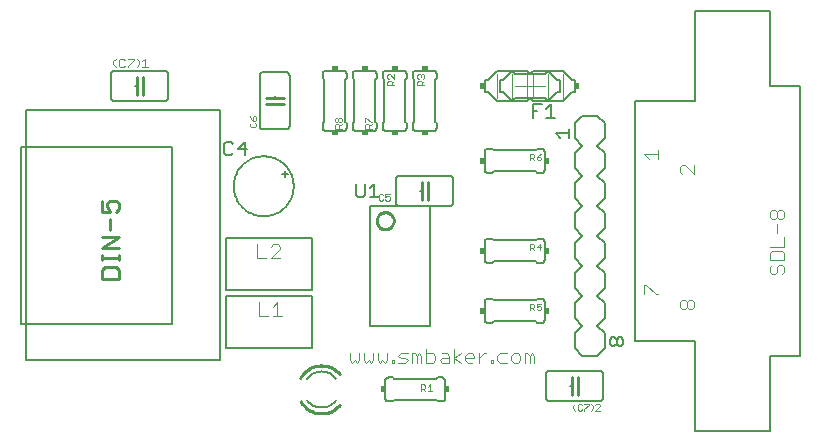
<source format=gto>
G75*
%MOIN*%
%OFA0B0*%
%FSLAX24Y24*%
%IPPOS*%
%LPD*%
%AMOC8*
5,1,8,0,0,1.08239X$1,22.5*
%
%ADD10C,0.0040*%
%ADD11C,0.0060*%
%ADD12C,0.0050*%
%ADD13C,0.0080*%
%ADD14C,0.0100*%
%ADD15R,0.0150X0.0200*%
%ADD16C,0.0020*%
%ADD17C,0.0030*%
%ADD18R,0.0200X0.0150*%
%ADD19R,0.0140X0.0240*%
D10*
X008199Y004017D02*
X008199Y004477D01*
X008659Y004324D02*
X008812Y004477D01*
X008812Y004017D01*
X008659Y004017D02*
X008966Y004017D01*
X008505Y004017D02*
X008199Y004017D01*
X011237Y002777D02*
X011237Y002547D01*
X011314Y002470D01*
X011391Y002547D01*
X011468Y002470D01*
X011544Y002547D01*
X011544Y002777D01*
X011698Y002777D02*
X011698Y002547D01*
X011775Y002470D01*
X011851Y002547D01*
X011928Y002470D01*
X012005Y002547D01*
X012005Y002777D01*
X012158Y002777D02*
X012158Y002547D01*
X012235Y002470D01*
X012312Y002547D01*
X012388Y002470D01*
X012465Y002547D01*
X012465Y002777D01*
X012849Y002700D02*
X012926Y002777D01*
X013156Y002777D01*
X013309Y002777D02*
X013386Y002777D01*
X013463Y002700D01*
X013539Y002777D01*
X013616Y002700D01*
X013616Y002470D01*
X013463Y002470D02*
X013463Y002700D01*
X013309Y002777D02*
X013309Y002470D01*
X013156Y002547D02*
X013079Y002623D01*
X012926Y002623D01*
X012849Y002700D01*
X012695Y002547D02*
X012619Y002547D01*
X012619Y002470D01*
X012695Y002470D01*
X012695Y002547D01*
X012849Y002470D02*
X013079Y002470D01*
X013156Y002547D01*
X013770Y002470D02*
X013770Y002930D01*
X013770Y002777D02*
X014000Y002777D01*
X014077Y002700D01*
X014077Y002547D01*
X014000Y002470D01*
X013770Y002470D01*
X014230Y002547D02*
X014307Y002623D01*
X014537Y002623D01*
X014537Y002700D02*
X014537Y002470D01*
X014307Y002470D01*
X014230Y002547D01*
X014460Y002777D02*
X014537Y002700D01*
X014460Y002777D02*
X014307Y002777D01*
X014690Y002930D02*
X014690Y002470D01*
X014690Y002623D02*
X014921Y002777D01*
X015074Y002700D02*
X015151Y002777D01*
X015304Y002777D01*
X015381Y002700D01*
X015381Y002623D01*
X015074Y002623D01*
X015074Y002547D02*
X015074Y002700D01*
X015074Y002547D02*
X015151Y002470D01*
X015304Y002470D01*
X015534Y002470D02*
X015534Y002777D01*
X015534Y002623D02*
X015688Y002777D01*
X015765Y002777D01*
X015918Y002547D02*
X015995Y002547D01*
X015995Y002470D01*
X015918Y002470D01*
X015918Y002547D01*
X016148Y002547D02*
X016148Y002700D01*
X016225Y002777D01*
X016455Y002777D01*
X016609Y002700D02*
X016609Y002547D01*
X016685Y002470D01*
X016839Y002470D01*
X016916Y002547D01*
X016916Y002700D01*
X016839Y002777D01*
X016685Y002777D01*
X016609Y002700D01*
X016455Y002470D02*
X016225Y002470D01*
X016148Y002547D01*
X017069Y002470D02*
X017069Y002777D01*
X017146Y002777D01*
X017223Y002700D01*
X017299Y002777D01*
X017376Y002700D01*
X017376Y002470D01*
X017223Y002470D02*
X017223Y002700D01*
X014921Y002470D02*
X014690Y002623D01*
X008903Y005954D02*
X008596Y005954D01*
X008903Y006261D01*
X008903Y006338D01*
X008827Y006415D01*
X008673Y006415D01*
X008596Y006338D01*
X008136Y006415D02*
X008136Y005954D01*
X008443Y005954D01*
X021037Y005066D02*
X021037Y004760D01*
X021037Y005066D02*
X021114Y005066D01*
X021421Y004760D01*
X021497Y004760D01*
X022237Y004490D02*
X022237Y004336D01*
X022314Y004260D01*
X022391Y004260D01*
X022467Y004336D01*
X022467Y004490D01*
X022544Y004566D01*
X022621Y004566D01*
X022697Y004490D01*
X022697Y004336D01*
X022621Y004260D01*
X022544Y004260D01*
X022467Y004336D01*
X022467Y004490D02*
X022391Y004566D01*
X022314Y004566D01*
X022237Y004490D01*
X025237Y005495D02*
X025314Y005418D01*
X025391Y005418D01*
X025467Y005495D01*
X025467Y005648D01*
X025544Y005725D01*
X025621Y005725D01*
X025697Y005648D01*
X025697Y005495D01*
X025621Y005418D01*
X025237Y005495D02*
X025237Y005648D01*
X025314Y005725D01*
X025237Y005878D02*
X025237Y006109D01*
X025314Y006185D01*
X025621Y006185D01*
X025697Y006109D01*
X025697Y005878D01*
X025237Y005878D01*
X025237Y006339D02*
X025697Y006339D01*
X025697Y006646D01*
X025467Y006799D02*
X025467Y007106D01*
X025391Y007260D02*
X025314Y007260D01*
X025237Y007336D01*
X025237Y007490D01*
X025314Y007566D01*
X025391Y007566D01*
X025467Y007490D01*
X025467Y007336D01*
X025391Y007260D01*
X025467Y007336D02*
X025544Y007260D01*
X025621Y007260D01*
X025697Y007336D01*
X025697Y007490D01*
X025621Y007566D01*
X025544Y007566D01*
X025467Y007490D01*
X022697Y008760D02*
X022391Y009066D01*
X022314Y009066D01*
X022237Y008990D01*
X022237Y008836D01*
X022314Y008760D01*
X022697Y008760D02*
X022697Y009066D01*
X021497Y009260D02*
X021497Y009566D01*
X021497Y009413D02*
X021037Y009413D01*
X021191Y009260D01*
D11*
X019717Y009450D02*
X019717Y008950D01*
X019467Y008700D01*
X019717Y008450D01*
X019717Y007950D01*
X019467Y007700D01*
X019717Y007450D01*
X019717Y006950D01*
X019467Y006700D01*
X019717Y006450D01*
X019717Y005950D01*
X019467Y005700D01*
X019717Y005450D01*
X019717Y004950D01*
X019467Y004700D01*
X019717Y004450D01*
X019717Y003950D01*
X019467Y003700D01*
X019717Y003450D01*
X019717Y002950D01*
X019467Y002700D01*
X018967Y002700D01*
X018717Y002950D01*
X018717Y003450D01*
X018967Y003700D01*
X018717Y003950D01*
X018717Y004450D01*
X018967Y004700D01*
X018717Y004950D01*
X018717Y005450D01*
X018967Y005700D01*
X018717Y005950D01*
X018717Y006450D01*
X018967Y006700D01*
X018717Y006950D01*
X018717Y007450D01*
X018967Y007700D01*
X018717Y007950D01*
X018717Y008450D01*
X018967Y008700D01*
X018717Y008950D01*
X018717Y009450D01*
X018967Y009700D01*
X018717Y009950D01*
X018717Y010450D01*
X018967Y010700D01*
X019467Y010700D01*
X019717Y010450D01*
X019717Y009950D01*
X019467Y009700D01*
X019717Y009450D01*
X017717Y009500D02*
X017717Y008900D01*
X017715Y008883D01*
X017711Y008866D01*
X017704Y008850D01*
X017694Y008836D01*
X017681Y008823D01*
X017667Y008813D01*
X017651Y008806D01*
X017634Y008802D01*
X017617Y008800D01*
X017467Y008800D01*
X017417Y008850D01*
X016017Y008850D01*
X015967Y008800D01*
X015817Y008800D01*
X015800Y008802D01*
X015783Y008806D01*
X015767Y008813D01*
X015753Y008823D01*
X015740Y008836D01*
X015730Y008850D01*
X015723Y008866D01*
X015719Y008883D01*
X015717Y008900D01*
X015717Y009500D01*
X015719Y009517D01*
X015723Y009534D01*
X015730Y009550D01*
X015740Y009564D01*
X015753Y009577D01*
X015767Y009587D01*
X015783Y009594D01*
X015800Y009598D01*
X015817Y009600D01*
X015967Y009600D01*
X016017Y009550D01*
X017417Y009550D01*
X017467Y009600D01*
X017617Y009600D01*
X017634Y009598D01*
X017651Y009594D01*
X017667Y009587D01*
X017681Y009577D01*
X017694Y009564D01*
X017704Y009550D01*
X017711Y009534D01*
X017715Y009517D01*
X017717Y009500D01*
X017817Y011200D02*
X017317Y011200D01*
X017217Y011300D01*
X017117Y011200D01*
X016617Y011200D01*
X016117Y011200D01*
X015817Y011500D01*
X015717Y011500D01*
X015717Y011900D01*
X015817Y011900D01*
X016117Y012200D01*
X016617Y012200D01*
X016717Y012100D01*
X017717Y012100D01*
X017817Y012200D01*
X018317Y012200D01*
X018617Y011900D01*
X018717Y011900D01*
X018717Y011500D01*
X018617Y011500D01*
X018317Y011200D01*
X017817Y011200D01*
X017717Y011300D01*
X016717Y011300D01*
X016617Y011200D01*
X016317Y011500D01*
X016217Y011500D01*
X016217Y011900D01*
X016317Y011900D01*
X016617Y012200D01*
X017117Y012200D01*
X017217Y012100D01*
X017317Y012200D01*
X017817Y012200D01*
X018117Y011900D01*
X018217Y011900D01*
X018217Y011500D01*
X018117Y011500D01*
X017817Y011200D01*
X014117Y011950D02*
X014117Y012100D01*
X014115Y012117D01*
X014111Y012134D01*
X014104Y012150D01*
X014094Y012164D01*
X014081Y012177D01*
X014067Y012187D01*
X014051Y012194D01*
X014034Y012198D01*
X014017Y012200D01*
X013417Y012200D01*
X013400Y012198D01*
X013383Y012194D01*
X013367Y012187D01*
X013353Y012177D01*
X013340Y012164D01*
X013330Y012150D01*
X013323Y012134D01*
X013319Y012117D01*
X013317Y012100D01*
X013317Y011950D01*
X013367Y011900D01*
X013367Y010500D01*
X013317Y010450D01*
X013317Y010300D01*
X013319Y010283D01*
X013323Y010266D01*
X013330Y010250D01*
X013340Y010236D01*
X013353Y010223D01*
X013367Y010213D01*
X013383Y010206D01*
X013400Y010202D01*
X013417Y010200D01*
X014017Y010200D01*
X014034Y010202D01*
X014051Y010206D01*
X014067Y010213D01*
X014081Y010223D01*
X014094Y010236D01*
X014104Y010250D01*
X014111Y010266D01*
X014115Y010283D01*
X014117Y010300D01*
X014117Y010450D01*
X014067Y010500D01*
X014067Y011900D01*
X014117Y011950D01*
X013117Y011950D02*
X013117Y012100D01*
X013115Y012117D01*
X013111Y012134D01*
X013104Y012150D01*
X013094Y012164D01*
X013081Y012177D01*
X013067Y012187D01*
X013051Y012194D01*
X013034Y012198D01*
X013017Y012200D01*
X012417Y012200D01*
X012400Y012198D01*
X012383Y012194D01*
X012367Y012187D01*
X012353Y012177D01*
X012340Y012164D01*
X012330Y012150D01*
X012323Y012134D01*
X012319Y012117D01*
X012317Y012100D01*
X012317Y011950D01*
X012367Y011900D01*
X012367Y010500D01*
X012317Y010450D01*
X012317Y010300D01*
X012319Y010283D01*
X012323Y010266D01*
X012330Y010250D01*
X012340Y010236D01*
X012353Y010223D01*
X012367Y010213D01*
X012383Y010206D01*
X012400Y010202D01*
X012417Y010200D01*
X013017Y010200D01*
X013034Y010202D01*
X013051Y010206D01*
X013067Y010213D01*
X013081Y010223D01*
X013094Y010236D01*
X013104Y010250D01*
X013111Y010266D01*
X013115Y010283D01*
X013117Y010300D01*
X013117Y010450D01*
X013067Y010500D01*
X013067Y011900D01*
X013117Y011950D01*
X012117Y011950D02*
X012067Y011900D01*
X012067Y010500D01*
X012117Y010450D01*
X012117Y010300D01*
X012115Y010283D01*
X012111Y010266D01*
X012104Y010250D01*
X012094Y010236D01*
X012081Y010223D01*
X012067Y010213D01*
X012051Y010206D01*
X012034Y010202D01*
X012017Y010200D01*
X011417Y010200D01*
X011400Y010202D01*
X011383Y010206D01*
X011367Y010213D01*
X011353Y010223D01*
X011340Y010236D01*
X011330Y010250D01*
X011323Y010266D01*
X011319Y010283D01*
X011317Y010300D01*
X011317Y010450D01*
X011367Y010500D01*
X011367Y011900D01*
X011317Y011950D01*
X011317Y012100D01*
X011319Y012117D01*
X011323Y012134D01*
X011330Y012150D01*
X011340Y012164D01*
X011353Y012177D01*
X011367Y012187D01*
X011383Y012194D01*
X011400Y012198D01*
X011417Y012200D01*
X012017Y012200D01*
X012034Y012198D01*
X012051Y012194D01*
X012067Y012187D01*
X012081Y012177D01*
X012094Y012164D01*
X012104Y012150D01*
X012111Y012134D01*
X012115Y012117D01*
X012117Y012100D01*
X012117Y011950D01*
X011117Y011950D02*
X011067Y011900D01*
X011067Y010500D01*
X011117Y010450D01*
X011117Y010300D01*
X011115Y010283D01*
X011111Y010266D01*
X011104Y010250D01*
X011094Y010236D01*
X011081Y010223D01*
X011067Y010213D01*
X011051Y010206D01*
X011034Y010202D01*
X011017Y010200D01*
X010417Y010200D01*
X010400Y010202D01*
X010383Y010206D01*
X010367Y010213D01*
X010353Y010223D01*
X010340Y010236D01*
X010330Y010250D01*
X010323Y010266D01*
X010319Y010283D01*
X010317Y010300D01*
X010317Y010450D01*
X010367Y010500D01*
X010367Y011900D01*
X010317Y011950D01*
X010317Y012100D01*
X010319Y012117D01*
X010323Y012134D01*
X010330Y012150D01*
X010340Y012164D01*
X010353Y012177D01*
X010367Y012187D01*
X010383Y012194D01*
X010400Y012198D01*
X010417Y012200D01*
X011017Y012200D01*
X011034Y012198D01*
X011051Y012194D01*
X011067Y012187D01*
X011081Y012177D01*
X011094Y012164D01*
X011104Y012150D01*
X011111Y012134D01*
X011115Y012117D01*
X011117Y012100D01*
X011117Y011950D01*
X009217Y012050D02*
X009217Y010350D01*
X009215Y010333D01*
X009211Y010316D01*
X009204Y010300D01*
X009194Y010286D01*
X009181Y010273D01*
X009167Y010263D01*
X009151Y010256D01*
X009134Y010252D01*
X009117Y010250D01*
X008317Y010250D01*
X008300Y010252D01*
X008283Y010256D01*
X008267Y010263D01*
X008253Y010273D01*
X008240Y010286D01*
X008230Y010300D01*
X008223Y010316D01*
X008219Y010333D01*
X008217Y010350D01*
X008217Y012050D01*
X008219Y012067D01*
X008223Y012084D01*
X008230Y012100D01*
X008240Y012114D01*
X008253Y012127D01*
X008267Y012137D01*
X008283Y012144D01*
X008300Y012148D01*
X008317Y012150D01*
X009117Y012150D01*
X009134Y012148D01*
X009151Y012144D01*
X009167Y012137D01*
X009181Y012127D01*
X009194Y012114D01*
X009204Y012100D01*
X009211Y012084D01*
X009215Y012067D01*
X009217Y012050D01*
X008717Y011350D02*
X008717Y011300D01*
X008717Y011100D02*
X008717Y011050D01*
X005167Y011300D02*
X005167Y012100D01*
X005165Y012117D01*
X005161Y012134D01*
X005154Y012150D01*
X005144Y012164D01*
X005131Y012177D01*
X005117Y012187D01*
X005101Y012194D01*
X005084Y012198D01*
X005067Y012200D01*
X003367Y012200D01*
X003350Y012198D01*
X003333Y012194D01*
X003317Y012187D01*
X003303Y012177D01*
X003290Y012164D01*
X003280Y012150D01*
X003273Y012134D01*
X003269Y012117D01*
X003267Y012100D01*
X003267Y011300D01*
X003269Y011283D01*
X003273Y011266D01*
X003280Y011250D01*
X003290Y011236D01*
X003303Y011223D01*
X003317Y011213D01*
X003333Y011206D01*
X003350Y011202D01*
X003367Y011200D01*
X005067Y011200D01*
X005084Y011202D01*
X005101Y011206D01*
X005117Y011213D01*
X005131Y011223D01*
X005144Y011236D01*
X005154Y011250D01*
X005161Y011266D01*
X005165Y011283D01*
X005167Y011300D01*
X004367Y011700D02*
X004317Y011700D01*
X004117Y011700D02*
X004067Y011700D01*
X008955Y008747D02*
X009155Y008747D01*
X009055Y008847D02*
X009055Y008647D01*
X007355Y008347D02*
X007357Y008410D01*
X007363Y008472D01*
X007373Y008534D01*
X007386Y008596D01*
X007404Y008656D01*
X007425Y008715D01*
X007450Y008773D01*
X007479Y008829D01*
X007511Y008883D01*
X007546Y008935D01*
X007584Y008984D01*
X007626Y009032D01*
X007670Y009076D01*
X007718Y009118D01*
X007767Y009156D01*
X007819Y009191D01*
X007873Y009223D01*
X007929Y009252D01*
X007987Y009277D01*
X008046Y009298D01*
X008106Y009316D01*
X008168Y009329D01*
X008230Y009339D01*
X008292Y009345D01*
X008355Y009347D01*
X008418Y009345D01*
X008480Y009339D01*
X008542Y009329D01*
X008604Y009316D01*
X008664Y009298D01*
X008723Y009277D01*
X008781Y009252D01*
X008837Y009223D01*
X008891Y009191D01*
X008943Y009156D01*
X008992Y009118D01*
X009040Y009076D01*
X009084Y009032D01*
X009126Y008984D01*
X009164Y008935D01*
X009199Y008883D01*
X009231Y008829D01*
X009260Y008773D01*
X009285Y008715D01*
X009306Y008656D01*
X009324Y008596D01*
X009337Y008534D01*
X009347Y008472D01*
X009353Y008410D01*
X009355Y008347D01*
X009353Y008284D01*
X009347Y008222D01*
X009337Y008160D01*
X009324Y008098D01*
X009306Y008038D01*
X009285Y007979D01*
X009260Y007921D01*
X009231Y007865D01*
X009199Y007811D01*
X009164Y007759D01*
X009126Y007710D01*
X009084Y007662D01*
X009040Y007618D01*
X008992Y007576D01*
X008943Y007538D01*
X008891Y007503D01*
X008837Y007471D01*
X008781Y007442D01*
X008723Y007417D01*
X008664Y007396D01*
X008604Y007378D01*
X008542Y007365D01*
X008480Y007355D01*
X008418Y007349D01*
X008355Y007347D01*
X008292Y007349D01*
X008230Y007355D01*
X008168Y007365D01*
X008106Y007378D01*
X008046Y007396D01*
X007987Y007417D01*
X007929Y007442D01*
X007873Y007471D01*
X007819Y007503D01*
X007767Y007538D01*
X007718Y007576D01*
X007670Y007618D01*
X007626Y007662D01*
X007584Y007710D01*
X007546Y007759D01*
X007511Y007811D01*
X007479Y007865D01*
X007450Y007921D01*
X007425Y007979D01*
X007404Y008038D01*
X007386Y008098D01*
X007373Y008160D01*
X007363Y008222D01*
X007357Y008284D01*
X007355Y008347D01*
X012767Y008600D02*
X012767Y007800D01*
X012769Y007783D01*
X012773Y007766D01*
X012780Y007750D01*
X012790Y007736D01*
X012803Y007723D01*
X012817Y007713D01*
X012833Y007706D01*
X012850Y007702D01*
X012867Y007700D01*
X014567Y007700D01*
X014584Y007702D01*
X014601Y007706D01*
X014617Y007713D01*
X014631Y007723D01*
X014644Y007736D01*
X014654Y007750D01*
X014661Y007766D01*
X014665Y007783D01*
X014667Y007800D01*
X014667Y008600D01*
X014665Y008617D01*
X014661Y008634D01*
X014654Y008650D01*
X014644Y008664D01*
X014631Y008677D01*
X014617Y008687D01*
X014601Y008694D01*
X014584Y008698D01*
X014567Y008700D01*
X012867Y008700D01*
X012850Y008698D01*
X012833Y008694D01*
X012817Y008687D01*
X012803Y008677D01*
X012790Y008664D01*
X012780Y008650D01*
X012773Y008634D01*
X012769Y008617D01*
X012767Y008600D01*
X013567Y008200D02*
X013617Y008200D01*
X013817Y008200D02*
X013867Y008200D01*
X015817Y006600D02*
X015967Y006600D01*
X016017Y006550D01*
X017417Y006550D01*
X017467Y006600D01*
X017617Y006600D01*
X017634Y006598D01*
X017651Y006594D01*
X017667Y006587D01*
X017681Y006577D01*
X017694Y006564D01*
X017704Y006550D01*
X017711Y006534D01*
X017715Y006517D01*
X017717Y006500D01*
X017717Y005900D01*
X017715Y005883D01*
X017711Y005866D01*
X017704Y005850D01*
X017694Y005836D01*
X017681Y005823D01*
X017667Y005813D01*
X017651Y005806D01*
X017634Y005802D01*
X017617Y005800D01*
X017467Y005800D01*
X017417Y005850D01*
X016017Y005850D01*
X015967Y005800D01*
X015817Y005800D01*
X015800Y005802D01*
X015783Y005806D01*
X015767Y005813D01*
X015753Y005823D01*
X015740Y005836D01*
X015730Y005850D01*
X015723Y005866D01*
X015719Y005883D01*
X015717Y005900D01*
X015717Y006500D01*
X015719Y006517D01*
X015723Y006534D01*
X015730Y006550D01*
X015740Y006564D01*
X015753Y006577D01*
X015767Y006587D01*
X015783Y006594D01*
X015800Y006598D01*
X015817Y006600D01*
X015817Y004600D02*
X015967Y004600D01*
X016017Y004550D01*
X017417Y004550D01*
X017467Y004600D01*
X017617Y004600D01*
X017634Y004598D01*
X017651Y004594D01*
X017667Y004587D01*
X017681Y004577D01*
X017694Y004564D01*
X017704Y004550D01*
X017711Y004534D01*
X017715Y004517D01*
X017717Y004500D01*
X017717Y003900D01*
X017715Y003883D01*
X017711Y003866D01*
X017704Y003850D01*
X017694Y003836D01*
X017681Y003823D01*
X017667Y003813D01*
X017651Y003806D01*
X017634Y003802D01*
X017617Y003800D01*
X017467Y003800D01*
X017417Y003850D01*
X016017Y003850D01*
X015967Y003800D01*
X015817Y003800D01*
X015800Y003802D01*
X015783Y003806D01*
X015767Y003813D01*
X015753Y003823D01*
X015740Y003836D01*
X015730Y003850D01*
X015723Y003866D01*
X015719Y003883D01*
X015717Y003900D01*
X015717Y004500D01*
X015719Y004517D01*
X015723Y004534D01*
X015730Y004550D01*
X015740Y004564D01*
X015753Y004577D01*
X015767Y004587D01*
X015783Y004594D01*
X015800Y004598D01*
X015817Y004600D01*
X017867Y002200D02*
X019567Y002200D01*
X019584Y002198D01*
X019601Y002194D01*
X019617Y002187D01*
X019631Y002177D01*
X019644Y002164D01*
X019654Y002150D01*
X019661Y002134D01*
X019665Y002117D01*
X019667Y002100D01*
X019667Y001300D01*
X019665Y001283D01*
X019661Y001266D01*
X019654Y001250D01*
X019644Y001236D01*
X019631Y001223D01*
X019617Y001213D01*
X019601Y001206D01*
X019584Y001202D01*
X019567Y001200D01*
X017867Y001200D01*
X017850Y001202D01*
X017833Y001206D01*
X017817Y001213D01*
X017803Y001223D01*
X017790Y001236D01*
X017780Y001250D01*
X017773Y001266D01*
X017769Y001283D01*
X017767Y001300D01*
X017767Y002100D01*
X017769Y002117D01*
X017773Y002134D01*
X017780Y002150D01*
X017790Y002164D01*
X017803Y002177D01*
X017817Y002187D01*
X017833Y002194D01*
X017850Y002198D01*
X017867Y002200D01*
X018567Y001700D02*
X018617Y001700D01*
X018817Y001700D02*
X018867Y001700D01*
X014405Y001875D02*
X014405Y001275D01*
X014403Y001258D01*
X014399Y001241D01*
X014392Y001225D01*
X014382Y001211D01*
X014369Y001198D01*
X014355Y001188D01*
X014339Y001181D01*
X014322Y001177D01*
X014305Y001175D01*
X014155Y001175D01*
X014105Y001225D01*
X012705Y001225D01*
X012655Y001175D01*
X012505Y001175D01*
X012488Y001177D01*
X012471Y001181D01*
X012455Y001188D01*
X012441Y001198D01*
X012428Y001211D01*
X012418Y001225D01*
X012411Y001241D01*
X012407Y001258D01*
X012405Y001275D01*
X012405Y001875D01*
X012407Y001892D01*
X012411Y001909D01*
X012418Y001925D01*
X012428Y001939D01*
X012441Y001952D01*
X012455Y001962D01*
X012471Y001969D01*
X012488Y001973D01*
X012505Y001975D01*
X012655Y001975D01*
X012705Y001925D01*
X014105Y001925D01*
X014155Y001975D01*
X014305Y001975D01*
X014322Y001973D01*
X014339Y001969D01*
X014355Y001962D01*
X014369Y001952D01*
X014382Y001939D01*
X014392Y001925D01*
X014399Y001909D01*
X014403Y001892D01*
X014405Y001875D01*
X010280Y000975D02*
X010235Y000977D01*
X010189Y000982D01*
X010145Y000990D01*
X010101Y001002D01*
X010058Y001018D01*
X010016Y001036D01*
X009976Y001058D01*
X009938Y001082D01*
X009902Y001109D01*
X009867Y001139D01*
X009836Y001172D01*
X009806Y001207D01*
X010280Y002175D02*
X010327Y002173D01*
X010375Y002167D01*
X010421Y002158D01*
X010467Y002145D01*
X010511Y002129D01*
X010555Y002108D01*
X010596Y002085D01*
X010635Y002059D01*
X010672Y002029D01*
X010707Y001996D01*
X010739Y001961D01*
X010768Y001924D01*
X010280Y002175D02*
X010234Y002173D01*
X010188Y002168D01*
X010142Y002159D01*
X010097Y002147D01*
X010054Y002131D01*
X010012Y002112D01*
X009971Y002089D01*
X009932Y002064D01*
X009896Y002036D01*
X009861Y002005D01*
X009829Y001971D01*
X009800Y001935D01*
X010280Y000975D02*
X010325Y000977D01*
X010371Y000982D01*
X010415Y000990D01*
X010459Y001002D01*
X010502Y001018D01*
X010544Y001036D01*
X010584Y001058D01*
X010622Y001082D01*
X010658Y001109D01*
X010693Y001139D01*
X010724Y001172D01*
X010754Y001207D01*
D12*
X019892Y003090D02*
X019892Y003240D01*
X019967Y003315D01*
X020042Y003315D01*
X020117Y003240D01*
X020117Y003090D01*
X020042Y003015D01*
X019967Y003015D01*
X019892Y003090D01*
X020117Y003090D02*
X020192Y003015D01*
X020267Y003015D01*
X020342Y003090D01*
X020342Y003240D01*
X020267Y003315D01*
X020192Y003315D01*
X020117Y003240D01*
X020717Y003200D02*
X022717Y003200D01*
X022717Y000200D01*
X025217Y000200D01*
X025217Y002700D01*
X026217Y002700D01*
X026217Y011700D01*
X025217Y011700D01*
X025217Y014200D01*
X022717Y014200D01*
X022717Y011200D01*
X020717Y011200D01*
X020717Y003200D01*
X012191Y007975D02*
X011890Y007975D01*
X012040Y007975D02*
X012040Y008425D01*
X011890Y008275D01*
X011730Y008425D02*
X011730Y008050D01*
X011655Y007975D01*
X011505Y007975D01*
X011430Y008050D01*
X011430Y008425D01*
X007792Y009600D02*
X007492Y009600D01*
X007717Y009825D01*
X007717Y009375D01*
X007332Y009450D02*
X007257Y009375D01*
X007107Y009375D01*
X007032Y009450D01*
X007032Y009750D01*
X007107Y009825D01*
X007257Y009825D01*
X007332Y009750D01*
X017322Y010625D02*
X017322Y011075D01*
X017622Y011075D01*
X017782Y010925D02*
X017932Y011075D01*
X017932Y010625D01*
X017782Y010625D02*
X018082Y010625D01*
X017472Y010850D02*
X017322Y010850D01*
X018092Y010115D02*
X018542Y010115D01*
X018542Y009965D02*
X018542Y010265D01*
X018242Y009965D02*
X018092Y010115D01*
D13*
X006906Y002554D02*
X000417Y002554D01*
X000417Y010900D01*
X006906Y010900D01*
X006906Y002554D01*
X007093Y002959D02*
X007093Y004691D01*
X009967Y004691D01*
X009967Y002959D01*
X007093Y002959D01*
X005296Y003747D02*
X005296Y009653D01*
X000257Y009653D01*
X000257Y003747D01*
X005296Y003747D01*
X007093Y004896D02*
X007093Y006629D01*
X009967Y006629D01*
X009967Y004896D01*
X007093Y004896D01*
X011905Y003700D02*
X011905Y007700D01*
X012305Y007700D01*
X012505Y007700D01*
X012305Y007700D02*
X013905Y007700D01*
X013905Y003700D01*
X011905Y003700D01*
D14*
X010280Y002375D02*
X010226Y002373D01*
X010172Y002368D01*
X010119Y002359D01*
X010066Y002346D01*
X010015Y002330D01*
X009965Y002310D01*
X009916Y002287D01*
X009868Y002261D01*
X009823Y002232D01*
X009780Y002199D01*
X009739Y002164D01*
X009700Y002126D01*
X009664Y002086D01*
X009631Y002043D01*
X009601Y001998D01*
X009574Y001951D01*
X009585Y001178D02*
X009615Y001130D01*
X009648Y001085D01*
X009684Y001042D01*
X009722Y001001D01*
X009764Y000964D01*
X009808Y000929D01*
X009854Y000898D01*
X009903Y000869D01*
X009953Y000845D01*
X010005Y000824D01*
X010059Y000806D01*
X010113Y000793D01*
X010168Y000783D01*
X010224Y000777D01*
X010280Y000775D01*
X010333Y000777D01*
X010387Y000782D01*
X010439Y000791D01*
X010491Y000803D01*
X010542Y000819D01*
X010592Y000838D01*
X010641Y000861D01*
X010688Y000887D01*
X010733Y000915D01*
X010776Y000947D01*
X010816Y000981D01*
X010855Y001019D01*
X010891Y001058D01*
X010895Y002087D02*
X010859Y002127D01*
X010820Y002165D01*
X010779Y002200D01*
X010736Y002232D01*
X010691Y002262D01*
X010644Y002288D01*
X010595Y002310D01*
X010544Y002330D01*
X010493Y002346D01*
X010441Y002359D01*
X010387Y002368D01*
X010334Y002373D01*
X010280Y002375D01*
X003520Y005271D02*
X003520Y005552D01*
X003426Y005645D01*
X003053Y005645D01*
X002959Y005552D01*
X002959Y005271D01*
X003520Y005271D01*
X003520Y005879D02*
X003520Y006066D01*
X003520Y005973D02*
X002959Y005973D01*
X002959Y006066D02*
X002959Y005879D01*
X002959Y006284D02*
X003520Y006658D01*
X002959Y006658D01*
X003239Y006892D02*
X003239Y007266D01*
X003239Y007500D02*
X002959Y007500D01*
X002959Y007873D01*
X003146Y007780D02*
X003239Y007873D01*
X003426Y007873D01*
X003520Y007780D01*
X003520Y007593D01*
X003426Y007500D01*
X003239Y007500D02*
X003146Y007687D01*
X003146Y007780D01*
X002959Y006284D02*
X003520Y006284D01*
X008417Y011100D02*
X008717Y011100D01*
X009017Y011100D01*
X009017Y011300D02*
X008717Y011300D01*
X008417Y011300D01*
X004317Y011400D02*
X004317Y011700D01*
X004317Y012000D01*
X004117Y012000D02*
X004117Y011700D01*
X004117Y011400D01*
X012122Y007200D02*
X012124Y007233D01*
X012130Y007266D01*
X012140Y007299D01*
X012153Y007329D01*
X012170Y007358D01*
X012191Y007385D01*
X012214Y007409D01*
X012240Y007430D01*
X012268Y007448D01*
X012299Y007462D01*
X012330Y007473D01*
X012363Y007480D01*
X012397Y007483D01*
X012430Y007482D01*
X012463Y007477D01*
X012496Y007468D01*
X012527Y007455D01*
X012556Y007439D01*
X012583Y007420D01*
X012608Y007397D01*
X012630Y007372D01*
X012649Y007344D01*
X012664Y007314D01*
X012676Y007283D01*
X012684Y007250D01*
X012688Y007217D01*
X012688Y007183D01*
X012684Y007150D01*
X012676Y007117D01*
X012664Y007086D01*
X012649Y007056D01*
X012630Y007028D01*
X012608Y007003D01*
X012583Y006980D01*
X012556Y006961D01*
X012527Y006945D01*
X012496Y006932D01*
X012463Y006923D01*
X012430Y006918D01*
X012397Y006917D01*
X012363Y006920D01*
X012330Y006927D01*
X012299Y006938D01*
X012268Y006952D01*
X012240Y006970D01*
X012214Y006991D01*
X012191Y007015D01*
X012170Y007042D01*
X012153Y007071D01*
X012140Y007101D01*
X012130Y007134D01*
X012124Y007167D01*
X012122Y007200D01*
X013617Y007900D02*
X013617Y008200D01*
X013617Y008500D01*
X013817Y008500D02*
X013817Y008200D01*
X013817Y007900D01*
X018617Y002000D02*
X018617Y001700D01*
X018617Y001400D01*
X018817Y001400D02*
X018817Y001700D01*
X018817Y002000D01*
D15*
X017792Y004200D03*
X015642Y004200D03*
X015642Y006200D03*
X017792Y006200D03*
X017792Y009200D03*
X015642Y009200D03*
X014480Y001575D03*
X012330Y001575D03*
D16*
X013598Y001596D02*
X013708Y001596D01*
X013745Y001633D01*
X013745Y001706D01*
X013708Y001743D01*
X013598Y001743D01*
X013598Y001522D01*
X013671Y001596D02*
X013745Y001522D01*
X013819Y001522D02*
X013966Y001522D01*
X013892Y001522D02*
X013892Y001743D01*
X013819Y001669D01*
X018670Y001017D02*
X018670Y000943D01*
X018743Y000870D01*
X018817Y000907D02*
X018854Y000870D01*
X018927Y000870D01*
X018964Y000907D01*
X019038Y000907D02*
X019185Y001053D01*
X019185Y001090D01*
X019038Y001090D01*
X018964Y001053D02*
X018927Y001090D01*
X018854Y001090D01*
X018817Y001053D01*
X018817Y000907D01*
X018670Y001017D02*
X018743Y001090D01*
X019038Y000907D02*
X019038Y000870D01*
X019259Y000870D02*
X019333Y000943D01*
X019333Y001017D01*
X019259Y001090D01*
X019406Y001053D02*
X019443Y001090D01*
X019517Y001090D01*
X019553Y001053D01*
X019553Y001017D01*
X019406Y000870D01*
X019553Y000870D01*
X012517Y007870D02*
X012443Y007870D01*
X012406Y007907D01*
X012406Y007980D02*
X012480Y008017D01*
X012517Y008017D01*
X012553Y007980D01*
X012553Y007907D01*
X012517Y007870D01*
X012406Y007980D02*
X012406Y008090D01*
X012553Y008090D01*
X012332Y008053D02*
X012296Y008090D01*
X012222Y008090D01*
X012185Y008053D01*
X012185Y007907D01*
X012222Y007870D01*
X012296Y007870D01*
X012332Y007907D01*
X008107Y010347D02*
X008071Y010310D01*
X007924Y010310D01*
X007887Y010347D01*
X007887Y010420D01*
X007924Y010457D01*
X007997Y010531D02*
X007997Y010641D01*
X008034Y010678D01*
X008071Y010678D01*
X008107Y010641D01*
X008107Y010568D01*
X008071Y010531D01*
X007997Y010531D01*
X007924Y010604D01*
X007887Y010678D01*
X008071Y010457D02*
X008107Y010420D01*
X008107Y010347D01*
X016117Y011300D02*
X016117Y012100D01*
X016617Y012100D02*
X016617Y011300D01*
X016617Y012100D01*
X017117Y012100D02*
X017117Y011300D01*
X017317Y011300D02*
X017317Y012100D01*
X017817Y012100D02*
X017817Y011300D01*
X017817Y012100D01*
X018317Y012100D02*
X018317Y011300D01*
X017717Y011700D02*
X016717Y011700D01*
D17*
X013692Y011715D02*
X013482Y011715D01*
X013482Y011820D01*
X013517Y011855D01*
X013587Y011855D01*
X013622Y011820D01*
X013622Y011715D01*
X013622Y011785D02*
X013692Y011855D01*
X013657Y011936D02*
X013692Y011971D01*
X013692Y012041D01*
X013657Y012076D01*
X013622Y012076D01*
X013587Y012041D01*
X013587Y012006D01*
X013587Y012041D02*
X013552Y012076D01*
X013517Y012076D01*
X013482Y012041D01*
X013482Y011971D01*
X013517Y011936D01*
X012692Y011936D02*
X012552Y012076D01*
X012517Y012076D01*
X012482Y012041D01*
X012482Y011971D01*
X012517Y011936D01*
X012517Y011855D02*
X012587Y011855D01*
X012622Y011820D01*
X012622Y011715D01*
X012622Y011785D02*
X012692Y011855D01*
X012692Y011936D02*
X012692Y012076D01*
X012517Y011855D02*
X012482Y011820D01*
X012482Y011715D01*
X012692Y011715D01*
X011777Y010634D02*
X011917Y010494D01*
X011952Y010494D01*
X011952Y010413D02*
X011882Y010343D01*
X011882Y010378D02*
X011882Y010273D01*
X011952Y010273D02*
X011742Y010273D01*
X011742Y010378D01*
X011777Y010413D01*
X011847Y010413D01*
X011882Y010378D01*
X011742Y010494D02*
X011742Y010634D01*
X011777Y010634D01*
X010952Y010599D02*
X010952Y010529D01*
X010917Y010494D01*
X010882Y010494D01*
X010847Y010529D01*
X010847Y010599D01*
X010882Y010634D01*
X010917Y010634D01*
X010952Y010599D01*
X010847Y010599D02*
X010812Y010634D01*
X010777Y010634D01*
X010742Y010599D01*
X010742Y010529D01*
X010777Y010494D01*
X010812Y010494D01*
X010847Y010529D01*
X010847Y010413D02*
X010777Y010413D01*
X010742Y010378D01*
X010742Y010273D01*
X010952Y010273D01*
X010882Y010273D02*
X010882Y010378D01*
X010847Y010413D01*
X010882Y010343D02*
X010952Y010413D01*
X017232Y009435D02*
X017232Y009225D01*
X017232Y009295D02*
X017338Y009295D01*
X017373Y009330D01*
X017373Y009400D01*
X017338Y009435D01*
X017232Y009435D01*
X017303Y009295D02*
X017373Y009225D01*
X017453Y009260D02*
X017453Y009330D01*
X017559Y009330D01*
X017594Y009295D01*
X017594Y009260D01*
X017559Y009225D01*
X017488Y009225D01*
X017453Y009260D01*
X017453Y009330D02*
X017523Y009400D01*
X017594Y009435D01*
X017559Y006435D02*
X017453Y006330D01*
X017594Y006330D01*
X017559Y006225D02*
X017559Y006435D01*
X017373Y006400D02*
X017373Y006330D01*
X017338Y006295D01*
X017232Y006295D01*
X017232Y006225D02*
X017232Y006435D01*
X017338Y006435D01*
X017373Y006400D01*
X017303Y006295D02*
X017373Y006225D01*
X017338Y004435D02*
X017373Y004400D01*
X017373Y004330D01*
X017338Y004295D01*
X017232Y004295D01*
X017232Y004225D02*
X017232Y004435D01*
X017338Y004435D01*
X017453Y004435D02*
X017453Y004330D01*
X017523Y004365D01*
X017559Y004365D01*
X017594Y004330D01*
X017594Y004260D01*
X017559Y004225D01*
X017488Y004225D01*
X017453Y004260D01*
X017373Y004225D02*
X017303Y004295D01*
X017453Y004435D02*
X017594Y004435D01*
X004508Y012315D02*
X004315Y012315D01*
X004411Y012315D02*
X004411Y012605D01*
X004315Y012508D01*
X004215Y012508D02*
X004118Y012605D01*
X004017Y012605D02*
X004017Y012557D01*
X003824Y012363D01*
X003824Y012315D01*
X003722Y012363D02*
X003674Y012315D01*
X003577Y012315D01*
X003529Y012363D01*
X003529Y012557D01*
X003577Y012605D01*
X003674Y012605D01*
X003722Y012557D01*
X003824Y012605D02*
X004017Y012605D01*
X004215Y012508D02*
X004215Y012412D01*
X004118Y012315D01*
X003429Y012315D02*
X003332Y012412D01*
X003332Y012508D01*
X003429Y012605D01*
D18*
X010717Y012275D03*
X011717Y012275D03*
X012717Y012275D03*
X013717Y012275D03*
X013717Y010125D03*
X012717Y010125D03*
X011717Y010125D03*
X010717Y010125D03*
D19*
X015647Y011700D03*
X018787Y011700D03*
M02*

</source>
